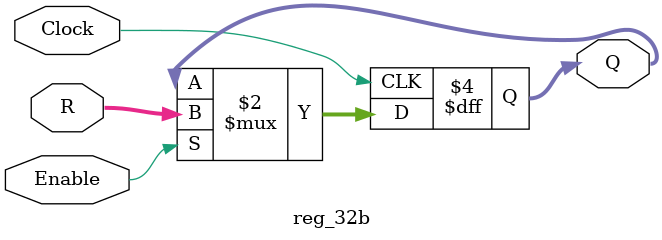
<source format=v>
module reg_32b(R, Enable, Clock, Q);
	parameter n = 32;
	input [n-1:0] R;
	input Enable, Clock;
	output [n-1:0] Q;
	reg [n-1:0] Q;

	always	@(posedge Clock)
	if (Enable)
		Q <= R;

endmodule

</source>
